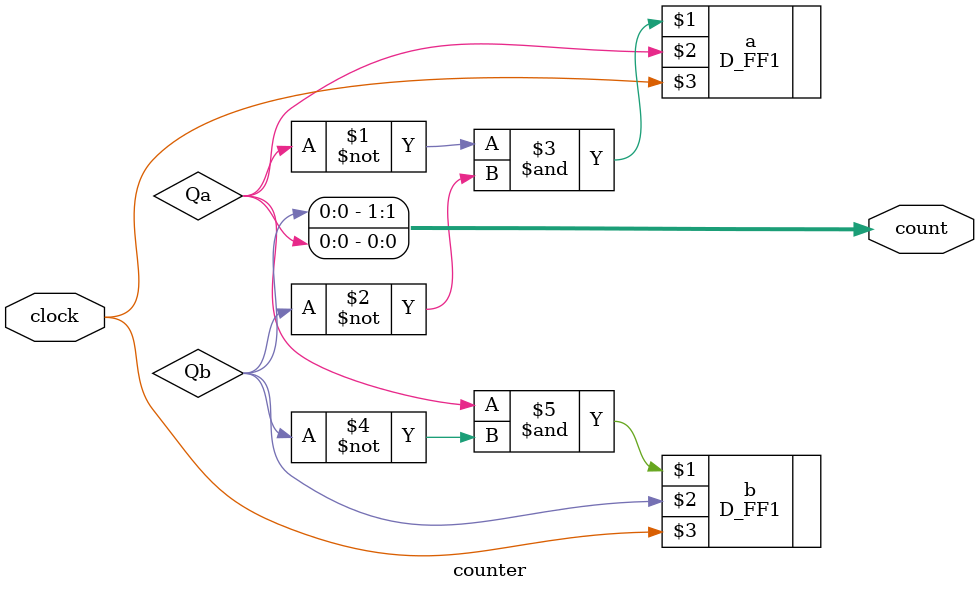
<source format=v>
module counter (clock, count);
	
	input clock;
	
	output [1:0] count;
	
	wire Qa, Qb;
	
	D_FF1 a (((~Qa) & (~Qb)), Qa, clock);
	
	D_FF1 b ((Qa & (~Qb)), Qb, clock);
	
	assign count = {Qb,Qa};
	
endmodule 
</source>
